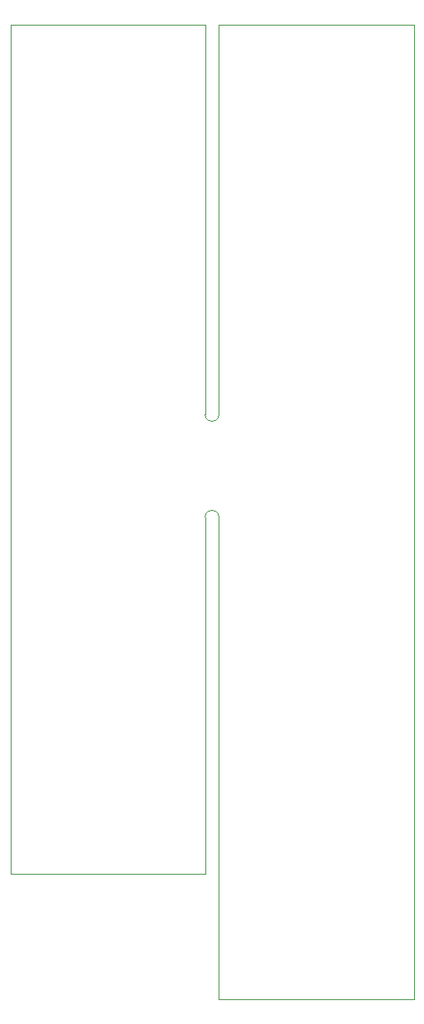
<source format=gbr>
%TF.GenerationSoftware,KiCad,Pcbnew,5.1.6*%
%TF.CreationDate,2020-07-14T13:58:31+04:00*%
%TF.ProjectId,FC_more_vcas,46435f6d-6f72-4655-9f76-6361732e6b69,rev?*%
%TF.SameCoordinates,Original*%
%TF.FileFunction,Profile,NP*%
%FSLAX46Y46*%
G04 Gerber Fmt 4.6, Leading zero omitted, Abs format (unit mm)*
G04 Created by KiCad (PCBNEW 5.1.6) date 2020-07-14 13:58:31*
%MOMM*%
%LPD*%
G01*
G04 APERTURE LIST*
%TA.AperFunction,Profile*%
%ADD10C,0.050000*%
%TD*%
G04 APERTURE END LIST*
D10*
X41499999Y-69500000D02*
X41500000Y-119000000D01*
X40100000Y-106100000D02*
X40100001Y-69500000D01*
X41500000Y-59000000D02*
X41500000Y-19000000D01*
X40100000Y-19000000D02*
X40100000Y-59000000D01*
X40100001Y-69500000D02*
G75*
G02*
X41499999Y-69500000I699999J0D01*
G01*
X41500000Y-59000000D02*
G75*
G02*
X40100000Y-59000000I-700000J0D01*
G01*
X40100000Y-19000000D02*
X20100000Y-19000000D01*
X20100000Y-19000000D02*
X20100000Y-106100000D01*
X20100000Y-106100000D02*
X40100000Y-106100000D01*
X61500000Y-19000000D02*
X41500000Y-19000000D01*
X61500000Y-119000000D02*
X61500000Y-19000000D01*
X41500000Y-119000000D02*
X61500000Y-119000000D01*
M02*

</source>
